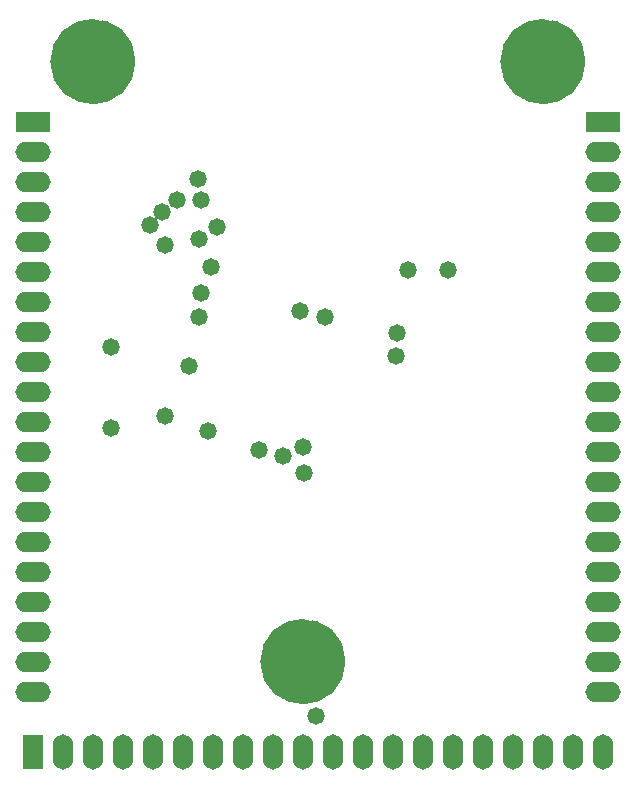
<source format=gbs>
G04 Layer_Color=16711935*
%FSLAX25Y25*%
%MOIN*%
G70*
G01*
G75*
%ADD40C,0.17623*%
%ADD41O,0.11800X0.06800*%
%ADD42R,0.11800X0.06800*%
%ADD43O,0.06800X0.11800*%
%ADD44R,0.06800X0.11800*%
%ADD45C,0.05800*%
%ADD46C,0.10236*%
D40*
X384000Y228500D02*
D03*
X314000Y428500D02*
D03*
X464000D02*
D03*
D41*
X484000Y218500D02*
D03*
Y228500D02*
D03*
Y238500D02*
D03*
Y248500D02*
D03*
Y258500D02*
D03*
Y268500D02*
D03*
Y278500D02*
D03*
Y288500D02*
D03*
Y298500D02*
D03*
Y308500D02*
D03*
Y318500D02*
D03*
Y328500D02*
D03*
Y338500D02*
D03*
Y348500D02*
D03*
Y358500D02*
D03*
Y368500D02*
D03*
Y378500D02*
D03*
Y388500D02*
D03*
Y398500D02*
D03*
X294000Y218500D02*
D03*
Y228500D02*
D03*
Y238500D02*
D03*
Y248500D02*
D03*
Y258500D02*
D03*
Y268500D02*
D03*
Y278500D02*
D03*
Y288500D02*
D03*
Y298500D02*
D03*
Y308500D02*
D03*
Y318500D02*
D03*
Y328500D02*
D03*
Y338500D02*
D03*
Y348500D02*
D03*
Y358500D02*
D03*
Y368500D02*
D03*
Y378500D02*
D03*
Y388500D02*
D03*
Y398500D02*
D03*
D42*
X484000Y408500D02*
D03*
X294000D02*
D03*
D43*
X484000Y198500D02*
D03*
X474000D02*
D03*
X464000D02*
D03*
X454000D02*
D03*
X444000D02*
D03*
X434000D02*
D03*
X424000D02*
D03*
X414000D02*
D03*
X404000D02*
D03*
X394000D02*
D03*
X384000D02*
D03*
X374000D02*
D03*
X364000D02*
D03*
X354000D02*
D03*
X344000D02*
D03*
X334000D02*
D03*
X324000D02*
D03*
X314000D02*
D03*
X304000D02*
D03*
D44*
X294000D02*
D03*
D45*
X432500Y359000D02*
D03*
X353500Y360000D02*
D03*
X350000Y351500D02*
D03*
X383000Y345500D02*
D03*
X415000Y330500D02*
D03*
X384000Y300000D02*
D03*
X415500Y338000D02*
D03*
X349000Y389500D02*
D03*
X338000Y367500D02*
D03*
X342000Y382500D02*
D03*
X350000D02*
D03*
X337000Y378500D02*
D03*
X349500Y369500D02*
D03*
X333000Y374000D02*
D03*
X320000Y333500D02*
D03*
Y306500D02*
D03*
X338000Y310500D02*
D03*
X384500Y291500D02*
D03*
X346000Y327000D02*
D03*
X369500Y299000D02*
D03*
X349449Y343449D02*
D03*
X352500Y305500D02*
D03*
X377500Y297000D02*
D03*
X391500Y343500D02*
D03*
X388500Y210500D02*
D03*
X355500Y373500D02*
D03*
X418923Y359000D02*
D03*
D46*
X393055Y228500D02*
G03*
X393055Y228500I-9055J0D01*
G01*
X323055Y428500D02*
G03*
X323055Y428500I-9055J0D01*
G01*
X473055D02*
G03*
X473055Y428500I-9055J0D01*
G01*
M02*

</source>
